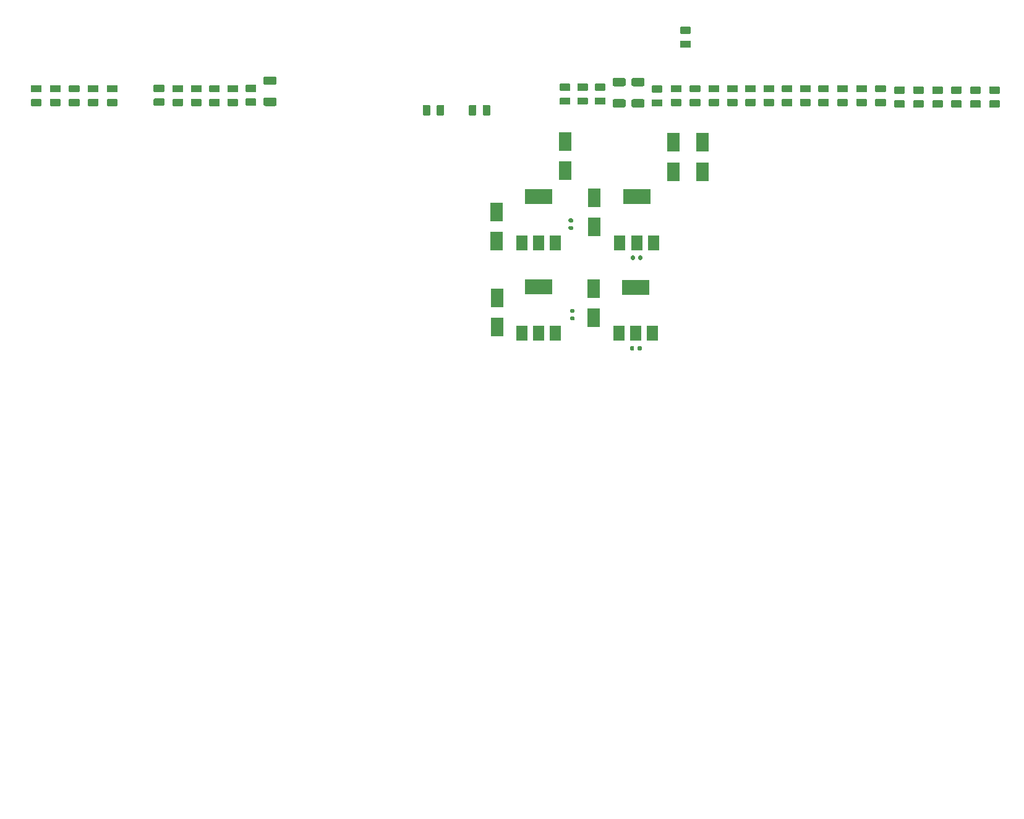
<source format=gtp>
G04 #@! TF.GenerationSoftware,KiCad,Pcbnew,(5.99.0-13086-gffd1139cfe)*
G04 #@! TF.CreationDate,2021-12-30T00:07:05+03:00*
G04 #@! TF.ProjectId,proteus-mitsubishi76-adapter,70726f74-6575-4732-9d6d-697473756269,rev?*
G04 #@! TF.SameCoordinates,PX88c1c40PYce16ca0*
G04 #@! TF.FileFunction,Paste,Top*
G04 #@! TF.FilePolarity,Positive*
%FSLAX46Y46*%
G04 Gerber Fmt 4.6, Leading zero omitted, Abs format (unit mm)*
G04 Created by KiCad (PCBNEW (5.99.0-13086-gffd1139cfe)) date 2021-12-30 00:07:05*
%MOMM*%
%LPD*%
G01*
G04 APERTURE LIST*
%ADD10O,0.000001X0.000001*%
%ADD11R,1.800000X2.500000*%
%ADD12R,1.500000X2.000000*%
%ADD13R,3.800000X2.000000*%
G04 APERTURE END LIST*
G04 #@! TO.C,R28*
G36*
G01*
X25375000Y126450001D02*
X26625000Y126450001D01*
G75*
G02*
X26725000Y126350001I0J-100000D01*
G01*
X26725000Y125550001D01*
G75*
G02*
X26625000Y125450001I-100000J0D01*
G01*
X25375000Y125450001D01*
G75*
G02*
X25275000Y125550001I0J100000D01*
G01*
X25275000Y126350001D01*
G75*
G02*
X25375000Y126450001I100000J0D01*
G01*
G37*
G36*
G01*
X25375000Y124549979D02*
X26625000Y124549979D01*
G75*
G02*
X26725000Y124449979I0J-100000D01*
G01*
X26725000Y123649979D01*
G75*
G02*
X26625000Y123549979I-100000J0D01*
G01*
X25375000Y123549979D01*
G75*
G02*
X25275000Y123649979I0J100000D01*
G01*
X25275000Y124449979D01*
G75*
G02*
X25375000Y124549979I100000J0D01*
G01*
G37*
G04 #@! TD*
G04 #@! TO.C,R9*
G36*
G01*
X146175000Y126250001D02*
X147425000Y126250001D01*
G75*
G02*
X147525000Y126150001I0J-100000D01*
G01*
X147525000Y125350001D01*
G75*
G02*
X147425000Y125250001I-100000J0D01*
G01*
X146175000Y125250001D01*
G75*
G02*
X146075000Y125350001I0J100000D01*
G01*
X146075000Y126150001D01*
G75*
G02*
X146175000Y126250001I100000J0D01*
G01*
G37*
G36*
G01*
X146175000Y124349979D02*
X147425000Y124349979D01*
G75*
G02*
X147525000Y124249979I0J-100000D01*
G01*
X147525000Y123449979D01*
G75*
G02*
X147425000Y123349979I-100000J0D01*
G01*
X146175000Y123349979D01*
G75*
G02*
X146075000Y123449979I0J100000D01*
G01*
X146075000Y124249979D01*
G75*
G02*
X146175000Y124349979I100000J0D01*
G01*
G37*
G04 #@! TD*
D10*
G04 #@! TO.C,M2*
X46556666Y28587499D03*
G04 #@! TD*
G04 #@! TO.C,R3*
G36*
G01*
X133175000Y126250001D02*
X134425000Y126250001D01*
G75*
G02*
X134525000Y126150001I0J-100000D01*
G01*
X134525000Y125350001D01*
G75*
G02*
X134425000Y125250001I-100000J0D01*
G01*
X133175000Y125250001D01*
G75*
G02*
X133075000Y125350001I0J100000D01*
G01*
X133075000Y126150001D01*
G75*
G02*
X133175000Y126250001I100000J0D01*
G01*
G37*
G36*
G01*
X133175000Y124349979D02*
X134425000Y124349979D01*
G75*
G02*
X134525000Y124249979I0J-100000D01*
G01*
X134525000Y123449979D01*
G75*
G02*
X134425000Y123349979I-100000J0D01*
G01*
X133175000Y123349979D01*
G75*
G02*
X133075000Y123449979I0J100000D01*
G01*
X133075000Y124249979D01*
G75*
G02*
X133175000Y124349979I100000J0D01*
G01*
G37*
G04 #@! TD*
G04 #@! TO.C,R17*
G36*
G01*
X110275000Y126450001D02*
X111525000Y126450001D01*
G75*
G02*
X111625000Y126350001I0J-100000D01*
G01*
X111625000Y125550001D01*
G75*
G02*
X111525000Y125450001I-100000J0D01*
G01*
X110275000Y125450001D01*
G75*
G02*
X110175000Y125550001I0J100000D01*
G01*
X110175000Y126350001D01*
G75*
G02*
X110275000Y126450001I100000J0D01*
G01*
G37*
G36*
G01*
X110275000Y124549979D02*
X111525000Y124549979D01*
G75*
G02*
X111625000Y124449979I0J-100000D01*
G01*
X111625000Y123649979D01*
G75*
G02*
X111525000Y123549979I-100000J0D01*
G01*
X110275000Y123549979D01*
G75*
G02*
X110175000Y123649979I0J100000D01*
G01*
X110175000Y124449979D01*
G75*
G02*
X110275000Y124549979I100000J0D01*
G01*
G37*
G04 #@! TD*
G04 #@! TO.C,R35*
G36*
G01*
X89775000Y126650001D02*
X91025000Y126650001D01*
G75*
G02*
X91125000Y126550001I0J-100000D01*
G01*
X91125000Y125750001D01*
G75*
G02*
X91025000Y125650001I-100000J0D01*
G01*
X89775000Y125650001D01*
G75*
G02*
X89675000Y125750001I0J100000D01*
G01*
X89675000Y126550001D01*
G75*
G02*
X89775000Y126650001I100000J0D01*
G01*
G37*
G36*
G01*
X89775000Y124749979D02*
X91025000Y124749979D01*
G75*
G02*
X91125000Y124649979I0J-100000D01*
G01*
X91125000Y123849979D01*
G75*
G02*
X91025000Y123749979I-100000J0D01*
G01*
X89775000Y123749979D01*
G75*
G02*
X89675000Y123849979I0J100000D01*
G01*
X89675000Y124649979D01*
G75*
G02*
X89775000Y124749979I100000J0D01*
G01*
G37*
G04 #@! TD*
G04 #@! TO.C,R15*
G36*
G01*
X117775000Y126450001D02*
X119025000Y126450001D01*
G75*
G02*
X119125000Y126350001I0J-100000D01*
G01*
X119125000Y125550001D01*
G75*
G02*
X119025000Y125450001I-100000J0D01*
G01*
X117775000Y125450001D01*
G75*
G02*
X117675000Y125550001I0J100000D01*
G01*
X117675000Y126350001D01*
G75*
G02*
X117775000Y126450001I100000J0D01*
G01*
G37*
G36*
G01*
X117775000Y124549979D02*
X119025000Y124549979D01*
G75*
G02*
X119125000Y124449979I0J-100000D01*
G01*
X119125000Y123649979D01*
G75*
G02*
X119025000Y123549979I-100000J0D01*
G01*
X117775000Y123549979D01*
G75*
G02*
X117675000Y123649979I0J100000D01*
G01*
X117675000Y124449979D01*
G75*
G02*
X117775000Y124549979I100000J0D01*
G01*
G37*
G04 #@! TD*
G04 #@! TO.C,R11*
G36*
G01*
X135775000Y126250001D02*
X137025000Y126250001D01*
G75*
G02*
X137125000Y126150001I0J-100000D01*
G01*
X137125000Y125350001D01*
G75*
G02*
X137025000Y125250001I-100000J0D01*
G01*
X135775000Y125250001D01*
G75*
G02*
X135675000Y125350001I0J100000D01*
G01*
X135675000Y126150001D01*
G75*
G02*
X135775000Y126250001I100000J0D01*
G01*
G37*
G36*
G01*
X135775000Y124349979D02*
X137025000Y124349979D01*
G75*
G02*
X137125000Y124249979I0J-100000D01*
G01*
X137125000Y123449979D01*
G75*
G02*
X137025000Y123349979I-100000J0D01*
G01*
X135775000Y123349979D01*
G75*
G02*
X135675000Y123449979I0J100000D01*
G01*
X135675000Y124249979D01*
G75*
G02*
X135775000Y124349979I100000J0D01*
G01*
G37*
G04 #@! TD*
D11*
G04 #@! TO.C,D3*
X102800000Y114600000D03*
X102800000Y118600000D03*
G04 #@! TD*
G04 #@! TO.C,R39*
G36*
G01*
X89185000Y94220000D02*
X88815000Y94220000D01*
G75*
G02*
X88680000Y94355000I0J135000D01*
G01*
X88680000Y94625000D01*
G75*
G02*
X88815000Y94760000I135000J0D01*
G01*
X89185000Y94760000D01*
G75*
G02*
X89320000Y94625000I0J-135000D01*
G01*
X89320000Y94355000D01*
G75*
G02*
X89185000Y94220000I-135000J0D01*
G01*
G37*
G36*
G01*
X89185000Y95240000D02*
X88815000Y95240000D01*
G75*
G02*
X88680000Y95375000I0J135000D01*
G01*
X88680000Y95645000D01*
G75*
G02*
X88815000Y95780000I135000J0D01*
G01*
X89185000Y95780000D01*
G75*
G02*
X89320000Y95645000I0J-135000D01*
G01*
X89320000Y95375000D01*
G75*
G02*
X89185000Y95240000I-135000J0D01*
G01*
G37*
G04 #@! TD*
D12*
G04 #@! TO.C,Q3*
X82100000Y92500000D03*
X84400000Y92500000D03*
X86700000Y92500000D03*
D13*
X84400000Y98800000D03*
G04 #@! TD*
G04 #@! TO.C,R5*
G36*
G01*
X122775000Y126450001D02*
X124025000Y126450001D01*
G75*
G02*
X124125000Y126350001I0J-100000D01*
G01*
X124125000Y125550001D01*
G75*
G02*
X124025000Y125450001I-100000J0D01*
G01*
X122775000Y125450001D01*
G75*
G02*
X122675000Y125550001I0J100000D01*
G01*
X122675000Y126350001D01*
G75*
G02*
X122775000Y126450001I100000J0D01*
G01*
G37*
G36*
G01*
X122775000Y124549979D02*
X124025000Y124549979D01*
G75*
G02*
X124125000Y124449979I0J-100000D01*
G01*
X124125000Y123649979D01*
G75*
G02*
X124025000Y123549979I-100000J0D01*
G01*
X122775000Y123549979D01*
G75*
G02*
X122675000Y123649979I0J100000D01*
G01*
X122675000Y124449979D01*
G75*
G02*
X122775000Y124549979I100000J0D01*
G01*
G37*
G04 #@! TD*
D11*
G04 #@! TO.C,D2*
X106800000Y114600000D03*
X106800000Y118600000D03*
G04 #@! TD*
D12*
G04 #@! TO.C,Q4*
X82100000Y104850000D03*
X84400000Y104850000D03*
X86700000Y104850000D03*
D13*
X84400000Y111150000D03*
G04 #@! TD*
G04 #@! TO.C,R32*
G36*
G01*
X36875000Y126450001D02*
X38125000Y126450001D01*
G75*
G02*
X38225000Y126350001I0J-100000D01*
G01*
X38225000Y125550001D01*
G75*
G02*
X38125000Y125450001I-100000J0D01*
G01*
X36875000Y125450001D01*
G75*
G02*
X36775000Y125550001I0J100000D01*
G01*
X36775000Y126350001D01*
G75*
G02*
X36875000Y126450001I100000J0D01*
G01*
G37*
G36*
G01*
X36875000Y124549979D02*
X38125000Y124549979D01*
G75*
G02*
X38225000Y124449979I0J-100000D01*
G01*
X38225000Y123649979D01*
G75*
G02*
X38125000Y123549979I-100000J0D01*
G01*
X36875000Y123549979D01*
G75*
G02*
X36775000Y123649979I0J100000D01*
G01*
X36775000Y124449979D01*
G75*
G02*
X36875000Y124549979I100000J0D01*
G01*
G37*
G04 #@! TD*
G04 #@! TO.C,F1*
G36*
G01*
X97100000Y126505010D02*
X97100000Y127195010D01*
G75*
G02*
X97330000Y127425010I230000J0D01*
G01*
X98670000Y127425010D01*
G75*
G02*
X98900000Y127195010I0J-230000D01*
G01*
X98900000Y126505010D01*
G75*
G02*
X98670000Y126275010I-230000J0D01*
G01*
X97330000Y126275010D01*
G75*
G02*
X97100000Y126505010I0J230000D01*
G01*
G37*
G36*
G01*
X97100000Y123604990D02*
X97100000Y124294990D01*
G75*
G02*
X97330000Y124524990I230000J0D01*
G01*
X98670000Y124524990D01*
G75*
G02*
X98900000Y124294990I0J-230000D01*
G01*
X98900000Y123604990D01*
G75*
G02*
X98670000Y123374990I-230000J0D01*
G01*
X97330000Y123374990D01*
G75*
G02*
X97100000Y123604990I0J230000D01*
G01*
G37*
G04 #@! TD*
G04 #@! TO.C,R4*
G36*
G01*
X127975000Y126450001D02*
X129225000Y126450001D01*
G75*
G02*
X129325000Y126350001I0J-100000D01*
G01*
X129325000Y125550001D01*
G75*
G02*
X129225000Y125450001I-100000J0D01*
G01*
X127975000Y125450001D01*
G75*
G02*
X127875000Y125550001I0J100000D01*
G01*
X127875000Y126350001D01*
G75*
G02*
X127975000Y126450001I100000J0D01*
G01*
G37*
G36*
G01*
X127975000Y124549979D02*
X129225000Y124549979D01*
G75*
G02*
X129325000Y124449979I0J-100000D01*
G01*
X129325000Y123649979D01*
G75*
G02*
X129225000Y123549979I-100000J0D01*
G01*
X127975000Y123549979D01*
G75*
G02*
X127875000Y123649979I0J100000D01*
G01*
X127875000Y124449979D01*
G75*
G02*
X127975000Y124549979I100000J0D01*
G01*
G37*
G04 #@! TD*
G04 #@! TO.C,R25*
G36*
G01*
X44375000Y126500000D02*
X45625000Y126500000D01*
G75*
G02*
X45725000Y126400000I0J-100000D01*
G01*
X45725000Y125600000D01*
G75*
G02*
X45625000Y125500000I-100000J0D01*
G01*
X44375000Y125500000D01*
G75*
G02*
X44275000Y125600000I0J100000D01*
G01*
X44275000Y126400000D01*
G75*
G02*
X44375000Y126500000I100000J0D01*
G01*
G37*
G36*
G01*
X44375000Y124599978D02*
X45625000Y124599978D01*
G75*
G02*
X45725000Y124499978I0J-100000D01*
G01*
X45725000Y123699978D01*
G75*
G02*
X45625000Y123599978I-100000J0D01*
G01*
X44375000Y123599978D01*
G75*
G02*
X44275000Y123699978I0J100000D01*
G01*
X44275000Y124499978D01*
G75*
G02*
X44375000Y124599978I100000J0D01*
G01*
G37*
G04 #@! TD*
G04 #@! TO.C,R20*
G36*
G01*
X77750001Y123625000D02*
X77750001Y122375000D01*
G75*
G02*
X77650001Y122275000I-100000J0D01*
G01*
X76850001Y122275000D01*
G75*
G02*
X76750001Y122375000I0J100000D01*
G01*
X76750001Y123625000D01*
G75*
G02*
X76850001Y123725000I100000J0D01*
G01*
X77650001Y123725000D01*
G75*
G02*
X77750001Y123625000I0J-100000D01*
G01*
G37*
G36*
G01*
X75849979Y123625000D02*
X75849979Y122375000D01*
G75*
G02*
X75749979Y122275000I-100000J0D01*
G01*
X74949979Y122275000D01*
G75*
G02*
X74849979Y122375000I0J100000D01*
G01*
X74849979Y123625000D01*
G75*
G02*
X74949979Y123725000I100000J0D01*
G01*
X75749979Y123725000D01*
G75*
G02*
X75849979Y123625000I0J-100000D01*
G01*
G37*
G04 #@! TD*
G04 #@! TO.C,R27*
G36*
G01*
X31775000Y126500000D02*
X33025000Y126500000D01*
G75*
G02*
X33125000Y126400000I0J-100000D01*
G01*
X33125000Y125600000D01*
G75*
G02*
X33025000Y125500000I-100000J0D01*
G01*
X31775000Y125500000D01*
G75*
G02*
X31675000Y125600000I0J100000D01*
G01*
X31675000Y126400000D01*
G75*
G02*
X31775000Y126500000I100000J0D01*
G01*
G37*
G36*
G01*
X31775000Y124599978D02*
X33025000Y124599978D01*
G75*
G02*
X33125000Y124499978I0J-100000D01*
G01*
X33125000Y123699978D01*
G75*
G02*
X33025000Y123599978I-100000J0D01*
G01*
X31775000Y123599978D01*
G75*
G02*
X31675000Y123699978I0J100000D01*
G01*
X31675000Y124499978D01*
G75*
G02*
X31775000Y124599978I100000J0D01*
G01*
G37*
G04 #@! TD*
G04 #@! TO.C,R7*
G36*
G01*
X107775000Y126450001D02*
X109025000Y126450001D01*
G75*
G02*
X109125000Y126350001I0J-100000D01*
G01*
X109125000Y125550001D01*
G75*
G02*
X109025000Y125450001I-100000J0D01*
G01*
X107775000Y125450001D01*
G75*
G02*
X107675000Y125550001I0J100000D01*
G01*
X107675000Y126350001D01*
G75*
G02*
X107775000Y126450001I100000J0D01*
G01*
G37*
G36*
G01*
X107775000Y124549979D02*
X109025000Y124549979D01*
G75*
G02*
X109125000Y124449979I0J-100000D01*
G01*
X109125000Y123649979D01*
G75*
G02*
X109025000Y123549979I-100000J0D01*
G01*
X107775000Y123549979D01*
G75*
G02*
X107675000Y123649979I0J100000D01*
G01*
X107675000Y124449979D01*
G75*
G02*
X107775000Y124549979I100000J0D01*
G01*
G37*
G04 #@! TD*
D11*
G04 #@! TO.C,D4*
X91900000Y98600000D03*
X91900000Y94600000D03*
G04 #@! TD*
G04 #@! TO.C,D7*
X78600000Y109100000D03*
X78600000Y105100000D03*
G04 #@! TD*
G04 #@! TO.C,R23*
G36*
G01*
X39375000Y126450001D02*
X40625000Y126450001D01*
G75*
G02*
X40725000Y126350001I0J-100000D01*
G01*
X40725000Y125550001D01*
G75*
G02*
X40625000Y125450001I-100000J0D01*
G01*
X39375000Y125450001D01*
G75*
G02*
X39275000Y125550001I0J100000D01*
G01*
X39275000Y126350001D01*
G75*
G02*
X39375000Y126450001I100000J0D01*
G01*
G37*
G36*
G01*
X39375000Y124549979D02*
X40625000Y124549979D01*
G75*
G02*
X40725000Y124449979I0J-100000D01*
G01*
X40725000Y123649979D01*
G75*
G02*
X40625000Y123549979I-100000J0D01*
G01*
X39375000Y123549979D01*
G75*
G02*
X39275000Y123649979I0J100000D01*
G01*
X39275000Y124449979D01*
G75*
G02*
X39375000Y124549979I100000J0D01*
G01*
G37*
G04 #@! TD*
G04 #@! TO.C,R1*
G36*
G01*
X143575000Y126250001D02*
X144825000Y126250001D01*
G75*
G02*
X144925000Y126150001I0J-100000D01*
G01*
X144925000Y125350001D01*
G75*
G02*
X144825000Y125250001I-100000J0D01*
G01*
X143575000Y125250001D01*
G75*
G02*
X143475000Y125350001I0J100000D01*
G01*
X143475000Y126150001D01*
G75*
G02*
X143575000Y126250001I100000J0D01*
G01*
G37*
G36*
G01*
X143575000Y124349979D02*
X144825000Y124349979D01*
G75*
G02*
X144925000Y124249979I0J-100000D01*
G01*
X144925000Y123449979D01*
G75*
G02*
X144825000Y123349979I-100000J0D01*
G01*
X143575000Y123349979D01*
G75*
G02*
X143475000Y123449979I0J100000D01*
G01*
X143475000Y124249979D01*
G75*
G02*
X143575000Y124349979I100000J0D01*
G01*
G37*
G04 #@! TD*
G04 #@! TO.C,D1*
X88000000Y114700000D03*
X88000000Y118700000D03*
G04 #@! TD*
G04 #@! TO.C,R31*
G36*
G01*
X14975000Y126450001D02*
X16225000Y126450001D01*
G75*
G02*
X16325000Y126350001I0J-100000D01*
G01*
X16325000Y125550001D01*
G75*
G02*
X16225000Y125450001I-100000J0D01*
G01*
X14975000Y125450001D01*
G75*
G02*
X14875000Y125550001I0J100000D01*
G01*
X14875000Y126350001D01*
G75*
G02*
X14975000Y126450001I100000J0D01*
G01*
G37*
G36*
G01*
X14975000Y124549979D02*
X16225000Y124549979D01*
G75*
G02*
X16325000Y124449979I0J-100000D01*
G01*
X16325000Y123649979D01*
G75*
G02*
X16225000Y123549979I-100000J0D01*
G01*
X14975000Y123549979D01*
G75*
G02*
X14875000Y123649979I0J100000D01*
G01*
X14875000Y124449979D01*
G75*
G02*
X14975000Y124549979I100000J0D01*
G01*
G37*
G04 #@! TD*
G04 #@! TO.C,R34*
G36*
G01*
X102575000Y126450001D02*
X103825000Y126450001D01*
G75*
G02*
X103925000Y126350001I0J-100000D01*
G01*
X103925000Y125550001D01*
G75*
G02*
X103825000Y125450001I-100000J0D01*
G01*
X102575000Y125450001D01*
G75*
G02*
X102475000Y125550001I0J100000D01*
G01*
X102475000Y126350001D01*
G75*
G02*
X102575000Y126450001I100000J0D01*
G01*
G37*
G36*
G01*
X102575000Y124549979D02*
X103825000Y124549979D01*
G75*
G02*
X103925000Y124449979I0J-100000D01*
G01*
X103925000Y123649979D01*
G75*
G02*
X103825000Y123549979I-100000J0D01*
G01*
X102575000Y123549979D01*
G75*
G02*
X102475000Y123649979I0J100000D01*
G01*
X102475000Y124449979D01*
G75*
G02*
X102575000Y124549979I100000J0D01*
G01*
G37*
G04 #@! TD*
G04 #@! TO.C,R16*
G36*
G01*
X115275000Y126450001D02*
X116525000Y126450001D01*
G75*
G02*
X116625000Y126350001I0J-100000D01*
G01*
X116625000Y125550001D01*
G75*
G02*
X116525000Y125450001I-100000J0D01*
G01*
X115275000Y125450001D01*
G75*
G02*
X115175000Y125550001I0J100000D01*
G01*
X115175000Y126350001D01*
G75*
G02*
X115275000Y126450001I100000J0D01*
G01*
G37*
G36*
G01*
X115275000Y124549979D02*
X116525000Y124549979D01*
G75*
G02*
X116625000Y124449979I0J-100000D01*
G01*
X116625000Y123649979D01*
G75*
G02*
X116525000Y123549979I-100000J0D01*
G01*
X115275000Y123549979D01*
G75*
G02*
X115175000Y123649979I0J100000D01*
G01*
X115175000Y124449979D01*
G75*
G02*
X115275000Y124549979I100000J0D01*
G01*
G37*
G04 #@! TD*
G04 #@! TO.C,R37*
G36*
G01*
X98480000Y90585000D02*
X98480000Y90215000D01*
G75*
G02*
X98345000Y90080000I-135000J0D01*
G01*
X98075000Y90080000D01*
G75*
G02*
X97940000Y90215000I0J135000D01*
G01*
X97940000Y90585000D01*
G75*
G02*
X98075000Y90720000I135000J0D01*
G01*
X98345000Y90720000D01*
G75*
G02*
X98480000Y90585000I0J-135000D01*
G01*
G37*
G36*
G01*
X97460000Y90585000D02*
X97460000Y90215000D01*
G75*
G02*
X97325000Y90080000I-135000J0D01*
G01*
X97055000Y90080000D01*
G75*
G02*
X96920000Y90215000I0J135000D01*
G01*
X96920000Y90585000D01*
G75*
G02*
X97055000Y90720000I135000J0D01*
G01*
X97325000Y90720000D01*
G75*
G02*
X97460000Y90585000I0J-135000D01*
G01*
G37*
G04 #@! TD*
G04 #@! TO.C,R38*
G36*
G01*
X98580000Y102985000D02*
X98580000Y102615000D01*
G75*
G02*
X98445000Y102480000I-135000J0D01*
G01*
X98175000Y102480000D01*
G75*
G02*
X98040000Y102615000I0J135000D01*
G01*
X98040000Y102985000D01*
G75*
G02*
X98175000Y103120000I135000J0D01*
G01*
X98445000Y103120000D01*
G75*
G02*
X98580000Y102985000I0J-135000D01*
G01*
G37*
G36*
G01*
X97560000Y102985000D02*
X97560000Y102615000D01*
G75*
G02*
X97425000Y102480000I-135000J0D01*
G01*
X97155000Y102480000D01*
G75*
G02*
X97020000Y102615000I0J135000D01*
G01*
X97020000Y102985000D01*
G75*
G02*
X97155000Y103120000I135000J0D01*
G01*
X97425000Y103120000D01*
G75*
G02*
X97560000Y102985000I0J-135000D01*
G01*
G37*
G04 #@! TD*
G04 #@! TO.C,R33*
G36*
G01*
X99975000Y126400022D02*
X101225000Y126400022D01*
G75*
G02*
X101325000Y126300022I0J-100000D01*
G01*
X101325000Y125500022D01*
G75*
G02*
X101225000Y125400022I-100000J0D01*
G01*
X99975000Y125400022D01*
G75*
G02*
X99875000Y125500022I0J100000D01*
G01*
X99875000Y126300022D01*
G75*
G02*
X99975000Y126400022I100000J0D01*
G01*
G37*
G36*
G01*
X99975000Y124500000D02*
X101225000Y124500000D01*
G75*
G02*
X101325000Y124400000I0J-100000D01*
G01*
X101325000Y123600000D01*
G75*
G02*
X101225000Y123500000I-100000J0D01*
G01*
X99975000Y123500000D01*
G75*
G02*
X99875000Y123600000I0J100000D01*
G01*
X99875000Y124400000D01*
G75*
G02*
X99975000Y124500000I100000J0D01*
G01*
G37*
G04 #@! TD*
G04 #@! TO.C,R40*
G36*
G01*
X88985000Y106610000D02*
X88615000Y106610000D01*
G75*
G02*
X88480000Y106745000I0J135000D01*
G01*
X88480000Y107015000D01*
G75*
G02*
X88615000Y107150000I135000J0D01*
G01*
X88985000Y107150000D01*
G75*
G02*
X89120000Y107015000I0J-135000D01*
G01*
X89120000Y106745000D01*
G75*
G02*
X88985000Y106610000I-135000J0D01*
G01*
G37*
G36*
G01*
X88985000Y107630000D02*
X88615000Y107630000D01*
G75*
G02*
X88480000Y107765000I0J135000D01*
G01*
X88480000Y108035000D01*
G75*
G02*
X88615000Y108170000I135000J0D01*
G01*
X88985000Y108170000D01*
G75*
G02*
X89120000Y108035000I0J-135000D01*
G01*
X89120000Y107765000D01*
G75*
G02*
X88985000Y107630000I-135000J0D01*
G01*
G37*
G04 #@! TD*
G04 #@! TO.C,R21*
G36*
G01*
X68549999Y122375000D02*
X68549999Y123625000D01*
G75*
G02*
X68649999Y123725000I100000J0D01*
G01*
X69449999Y123725000D01*
G75*
G02*
X69549999Y123625000I0J-100000D01*
G01*
X69549999Y122375000D01*
G75*
G02*
X69449999Y122275000I-100000J0D01*
G01*
X68649999Y122275000D01*
G75*
G02*
X68549999Y122375000I0J100000D01*
G01*
G37*
G36*
G01*
X70450021Y122375000D02*
X70450021Y123625000D01*
G75*
G02*
X70550021Y123725000I100000J0D01*
G01*
X71350021Y123725000D01*
G75*
G02*
X71450021Y123625000I0J-100000D01*
G01*
X71450021Y122375000D01*
G75*
G02*
X71350021Y122275000I-100000J0D01*
G01*
X70550021Y122275000D01*
G75*
G02*
X70450021Y122375000I0J100000D01*
G01*
G37*
G04 #@! TD*
G04 #@! TO.C,F2*
G36*
G01*
X94500000Y126505010D02*
X94500000Y127195010D01*
G75*
G02*
X94730000Y127425010I230000J0D01*
G01*
X96070000Y127425010D01*
G75*
G02*
X96300000Y127195010I0J-230000D01*
G01*
X96300000Y126505010D01*
G75*
G02*
X96070000Y126275010I-230000J0D01*
G01*
X94730000Y126275010D01*
G75*
G02*
X94500000Y126505010I0J230000D01*
G01*
G37*
G36*
G01*
X94500000Y123604990D02*
X94500000Y124294990D01*
G75*
G02*
X94730000Y124524990I230000J0D01*
G01*
X96070000Y124524990D01*
G75*
G02*
X96300000Y124294990I0J-230000D01*
G01*
X96300000Y123604990D01*
G75*
G02*
X96070000Y123374990I-230000J0D01*
G01*
X94730000Y123374990D01*
G75*
G02*
X94500000Y123604990I0J230000D01*
G01*
G37*
G04 #@! TD*
G04 #@! TO.C,D6*
X78700000Y97300000D03*
X78700000Y93300000D03*
G04 #@! TD*
G04 #@! TO.C,R26*
G36*
G01*
X34375000Y126450001D02*
X35625000Y126450001D01*
G75*
G02*
X35725000Y126350001I0J-100000D01*
G01*
X35725000Y125550001D01*
G75*
G02*
X35625000Y125450001I-100000J0D01*
G01*
X34375000Y125450001D01*
G75*
G02*
X34275000Y125550001I0J100000D01*
G01*
X34275000Y126350001D01*
G75*
G02*
X34375000Y126450001I100000J0D01*
G01*
G37*
G36*
G01*
X34375000Y124549979D02*
X35625000Y124549979D01*
G75*
G02*
X35725000Y124449979I0J-100000D01*
G01*
X35725000Y123649979D01*
G75*
G02*
X35625000Y123549979I-100000J0D01*
G01*
X34375000Y123549979D01*
G75*
G02*
X34275000Y123649979I0J100000D01*
G01*
X34275000Y124449979D01*
G75*
G02*
X34375000Y124549979I100000J0D01*
G01*
G37*
G04 #@! TD*
G04 #@! TO.C,R6*
G36*
G01*
X112775000Y126450001D02*
X114025000Y126450001D01*
G75*
G02*
X114125000Y126350001I0J-100000D01*
G01*
X114125000Y125550001D01*
G75*
G02*
X114025000Y125450001I-100000J0D01*
G01*
X112775000Y125450001D01*
G75*
G02*
X112675000Y125550001I0J100000D01*
G01*
X112675000Y126350001D01*
G75*
G02*
X112775000Y126450001I100000J0D01*
G01*
G37*
G36*
G01*
X112775000Y124549979D02*
X114025000Y124549979D01*
G75*
G02*
X114125000Y124449979I0J-100000D01*
G01*
X114125000Y123649979D01*
G75*
G02*
X114025000Y123549979I-100000J0D01*
G01*
X112775000Y123549979D01*
G75*
G02*
X112675000Y123649979I0J100000D01*
G01*
X112675000Y124449979D01*
G75*
G02*
X112775000Y124549979I100000J0D01*
G01*
G37*
G04 #@! TD*
G04 #@! TO.C,D5*
X92000000Y111000000D03*
X92000000Y107000000D03*
G04 #@! TD*
G04 #@! TO.C,R18*
G36*
G01*
X105175000Y126450001D02*
X106425000Y126450001D01*
G75*
G02*
X106525000Y126350001I0J-100000D01*
G01*
X106525000Y125550001D01*
G75*
G02*
X106425000Y125450001I-100000J0D01*
G01*
X105175000Y125450001D01*
G75*
G02*
X105075000Y125550001I0J100000D01*
G01*
X105075000Y126350001D01*
G75*
G02*
X105175000Y126450001I100000J0D01*
G01*
G37*
G36*
G01*
X105175000Y124549979D02*
X106425000Y124549979D01*
G75*
G02*
X106525000Y124449979I0J-100000D01*
G01*
X106525000Y123649979D01*
G75*
G02*
X106425000Y123549979I-100000J0D01*
G01*
X105175000Y123549979D01*
G75*
G02*
X105075000Y123649979I0J100000D01*
G01*
X105075000Y124449979D01*
G75*
G02*
X105175000Y124549979I100000J0D01*
G01*
G37*
G04 #@! TD*
G04 #@! TO.C,F3*
G36*
G01*
X46700000Y126705010D02*
X46700000Y127395010D01*
G75*
G02*
X46930000Y127625010I230000J0D01*
G01*
X48270000Y127625010D01*
G75*
G02*
X48500000Y127395010I0J-230000D01*
G01*
X48500000Y126705010D01*
G75*
G02*
X48270000Y126475010I-230000J0D01*
G01*
X46930000Y126475010D01*
G75*
G02*
X46700000Y126705010I0J230000D01*
G01*
G37*
G36*
G01*
X46700000Y123804990D02*
X46700000Y124494990D01*
G75*
G02*
X46930000Y124724990I230000J0D01*
G01*
X48270000Y124724990D01*
G75*
G02*
X48500000Y124494990I0J-230000D01*
G01*
X48500000Y123804990D01*
G75*
G02*
X48270000Y123574990I-230000J0D01*
G01*
X46930000Y123574990D01*
G75*
G02*
X46700000Y123804990I0J230000D01*
G01*
G37*
G04 #@! TD*
G04 #@! TO.C,R24*
G36*
G01*
X20175000Y126450001D02*
X21425000Y126450001D01*
G75*
G02*
X21525000Y126350001I0J-100000D01*
G01*
X21525000Y125550001D01*
G75*
G02*
X21425000Y125450001I-100000J0D01*
G01*
X20175000Y125450001D01*
G75*
G02*
X20075000Y125550001I0J100000D01*
G01*
X20075000Y126350001D01*
G75*
G02*
X20175000Y126450001I100000J0D01*
G01*
G37*
G36*
G01*
X20175000Y124549979D02*
X21425000Y124549979D01*
G75*
G02*
X21525000Y124449979I0J-100000D01*
G01*
X21525000Y123649979D01*
G75*
G02*
X21425000Y123549979I-100000J0D01*
G01*
X20175000Y123549979D01*
G75*
G02*
X20075000Y123649979I0J100000D01*
G01*
X20075000Y124449979D01*
G75*
G02*
X20175000Y124549979I100000J0D01*
G01*
G37*
G04 #@! TD*
G04 #@! TO.C,R29*
G36*
G01*
X22775000Y126450001D02*
X24025000Y126450001D01*
G75*
G02*
X24125000Y126350001I0J-100000D01*
G01*
X24125000Y125550001D01*
G75*
G02*
X24025000Y125450001I-100000J0D01*
G01*
X22775000Y125450001D01*
G75*
G02*
X22675000Y125550001I0J100000D01*
G01*
X22675000Y126350001D01*
G75*
G02*
X22775000Y126450001I100000J0D01*
G01*
G37*
G36*
G01*
X22775000Y124549979D02*
X24025000Y124549979D01*
G75*
G02*
X24125000Y124449979I0J-100000D01*
G01*
X24125000Y123649979D01*
G75*
G02*
X24025000Y123549979I-100000J0D01*
G01*
X22775000Y123549979D01*
G75*
G02*
X22675000Y123649979I0J100000D01*
G01*
X22675000Y124449979D01*
G75*
G02*
X22775000Y124549979I100000J0D01*
G01*
G37*
G04 #@! TD*
D12*
G04 #@! TO.C,Q2*
X95500000Y104850000D03*
X97800000Y104850000D03*
X100100000Y104850000D03*
D13*
X97800000Y111150000D03*
G04 #@! TD*
G04 #@! TO.C,R22*
G36*
G01*
X41875000Y126450001D02*
X43125000Y126450001D01*
G75*
G02*
X43225000Y126350001I0J-100000D01*
G01*
X43225000Y125550001D01*
G75*
G02*
X43125000Y125450001I-100000J0D01*
G01*
X41875000Y125450001D01*
G75*
G02*
X41775000Y125550001I0J100000D01*
G01*
X41775000Y126350001D01*
G75*
G02*
X41875000Y126450001I100000J0D01*
G01*
G37*
G36*
G01*
X41875000Y124549979D02*
X43125000Y124549979D01*
G75*
G02*
X43225000Y124449979I0J-100000D01*
G01*
X43225000Y123649979D01*
G75*
G02*
X43125000Y123549979I-100000J0D01*
G01*
X41875000Y123549979D01*
G75*
G02*
X41775000Y123649979I0J100000D01*
G01*
X41775000Y124449979D01*
G75*
G02*
X41875000Y124549979I100000J0D01*
G01*
G37*
G04 #@! TD*
G04 #@! TO.C,R8*
G36*
G01*
X103875000Y134450001D02*
X105125000Y134450001D01*
G75*
G02*
X105225000Y134350001I0J-100000D01*
G01*
X105225000Y133550001D01*
G75*
G02*
X105125000Y133450001I-100000J0D01*
G01*
X103875000Y133450001D01*
G75*
G02*
X103775000Y133550001I0J100000D01*
G01*
X103775000Y134350001D01*
G75*
G02*
X103875000Y134450001I100000J0D01*
G01*
G37*
G36*
G01*
X103875000Y132549979D02*
X105125000Y132549979D01*
G75*
G02*
X105225000Y132449979I0J-100000D01*
G01*
X105225000Y131649979D01*
G75*
G02*
X105125000Y131549979I-100000J0D01*
G01*
X103875000Y131549979D01*
G75*
G02*
X103775000Y131649979I0J100000D01*
G01*
X103775000Y132449979D01*
G75*
G02*
X103875000Y132549979I100000J0D01*
G01*
G37*
G04 #@! TD*
G04 #@! TO.C,R14*
G36*
G01*
X120275000Y126450001D02*
X121525000Y126450001D01*
G75*
G02*
X121625000Y126350001I0J-100000D01*
G01*
X121625000Y125550001D01*
G75*
G02*
X121525000Y125450001I-100000J0D01*
G01*
X120275000Y125450001D01*
G75*
G02*
X120175000Y125550001I0J100000D01*
G01*
X120175000Y126350001D01*
G75*
G02*
X120275000Y126450001I100000J0D01*
G01*
G37*
G36*
G01*
X120275000Y124549979D02*
X121525000Y124549979D01*
G75*
G02*
X121625000Y124449979I0J-100000D01*
G01*
X121625000Y123649979D01*
G75*
G02*
X121525000Y123549979I-100000J0D01*
G01*
X120275000Y123549979D01*
G75*
G02*
X120175000Y123649979I0J100000D01*
G01*
X120175000Y124449979D01*
G75*
G02*
X120275000Y124549979I100000J0D01*
G01*
G37*
G04 #@! TD*
G04 #@! TO.C,R13*
G36*
G01*
X125375000Y126450001D02*
X126625000Y126450001D01*
G75*
G02*
X126725000Y126350001I0J-100000D01*
G01*
X126725000Y125550001D01*
G75*
G02*
X126625000Y125450001I-100000J0D01*
G01*
X125375000Y125450001D01*
G75*
G02*
X125275000Y125550001I0J100000D01*
G01*
X125275000Y126350001D01*
G75*
G02*
X125375000Y126450001I100000J0D01*
G01*
G37*
G36*
G01*
X125375000Y124549979D02*
X126625000Y124549979D01*
G75*
G02*
X126725000Y124449979I0J-100000D01*
G01*
X126725000Y123649979D01*
G75*
G02*
X126625000Y123549979I-100000J0D01*
G01*
X125375000Y123549979D01*
G75*
G02*
X125275000Y123649979I0J100000D01*
G01*
X125275000Y124449979D01*
G75*
G02*
X125375000Y124549979I100000J0D01*
G01*
G37*
G04 #@! TD*
G04 #@! TO.C,R2*
G36*
G01*
X138375000Y126250001D02*
X139625000Y126250001D01*
G75*
G02*
X139725000Y126150001I0J-100000D01*
G01*
X139725000Y125350001D01*
G75*
G02*
X139625000Y125250001I-100000J0D01*
G01*
X138375000Y125250001D01*
G75*
G02*
X138275000Y125350001I0J100000D01*
G01*
X138275000Y126150001D01*
G75*
G02*
X138375000Y126250001I100000J0D01*
G01*
G37*
G36*
G01*
X138375000Y124349979D02*
X139625000Y124349979D01*
G75*
G02*
X139725000Y124249979I0J-100000D01*
G01*
X139725000Y123449979D01*
G75*
G02*
X139625000Y123349979I-100000J0D01*
G01*
X138375000Y123349979D01*
G75*
G02*
X138275000Y123449979I0J100000D01*
G01*
X138275000Y124249979D01*
G75*
G02*
X138375000Y124349979I100000J0D01*
G01*
G37*
G04 #@! TD*
G04 #@! TO.C,R19*
G36*
G01*
X87375000Y126650001D02*
X88625000Y126650001D01*
G75*
G02*
X88725000Y126550001I0J-100000D01*
G01*
X88725000Y125750001D01*
G75*
G02*
X88625000Y125650001I-100000J0D01*
G01*
X87375000Y125650001D01*
G75*
G02*
X87275000Y125750001I0J100000D01*
G01*
X87275000Y126550001D01*
G75*
G02*
X87375000Y126650001I100000J0D01*
G01*
G37*
G36*
G01*
X87375000Y124749979D02*
X88625000Y124749979D01*
G75*
G02*
X88725000Y124649979I0J-100000D01*
G01*
X88725000Y123849979D01*
G75*
G02*
X88625000Y123749979I-100000J0D01*
G01*
X87375000Y123749979D01*
G75*
G02*
X87275000Y123849979I0J100000D01*
G01*
X87275000Y124649979D01*
G75*
G02*
X87375000Y124749979I100000J0D01*
G01*
G37*
G04 #@! TD*
G04 #@! TO.C,R10*
G36*
G01*
X140975000Y126250001D02*
X142225000Y126250001D01*
G75*
G02*
X142325000Y126150001I0J-100000D01*
G01*
X142325000Y125350001D01*
G75*
G02*
X142225000Y125250001I-100000J0D01*
G01*
X140975000Y125250001D01*
G75*
G02*
X140875000Y125350001I0J100000D01*
G01*
X140875000Y126150001D01*
G75*
G02*
X140975000Y126250001I100000J0D01*
G01*
G37*
G36*
G01*
X140975000Y124349979D02*
X142225000Y124349979D01*
G75*
G02*
X142325000Y124249979I0J-100000D01*
G01*
X142325000Y123449979D01*
G75*
G02*
X142225000Y123349979I-100000J0D01*
G01*
X140975000Y123349979D01*
G75*
G02*
X140875000Y123449979I0J100000D01*
G01*
X140875000Y124249979D01*
G75*
G02*
X140975000Y124349979I100000J0D01*
G01*
G37*
G04 #@! TD*
G04 #@! TO.C,R12*
G36*
G01*
X130575000Y126450001D02*
X131825000Y126450001D01*
G75*
G02*
X131925000Y126350001I0J-100000D01*
G01*
X131925000Y125550001D01*
G75*
G02*
X131825000Y125450001I-100000J0D01*
G01*
X130575000Y125450001D01*
G75*
G02*
X130475000Y125550001I0J100000D01*
G01*
X130475000Y126350001D01*
G75*
G02*
X130575000Y126450001I100000J0D01*
G01*
G37*
G36*
G01*
X130575000Y124549979D02*
X131825000Y124549979D01*
G75*
G02*
X131925000Y124449979I0J-100000D01*
G01*
X131925000Y123649979D01*
G75*
G02*
X131825000Y123549979I-100000J0D01*
G01*
X130575000Y123549979D01*
G75*
G02*
X130475000Y123649979I0J100000D01*
G01*
X130475000Y124449979D01*
G75*
G02*
X130575000Y124549979I100000J0D01*
G01*
G37*
G04 #@! TD*
G04 #@! TO.C,R30*
G36*
G01*
X17575000Y126450001D02*
X18825000Y126450001D01*
G75*
G02*
X18925000Y126350001I0J-100000D01*
G01*
X18925000Y125550001D01*
G75*
G02*
X18825000Y125450001I-100000J0D01*
G01*
X17575000Y125450001D01*
G75*
G02*
X17475000Y125550001I0J100000D01*
G01*
X17475000Y126350001D01*
G75*
G02*
X17575000Y126450001I100000J0D01*
G01*
G37*
G36*
G01*
X17575000Y124549979D02*
X18825000Y124549979D01*
G75*
G02*
X18925000Y124449979I0J-100000D01*
G01*
X18925000Y123649979D01*
G75*
G02*
X18825000Y123549979I-100000J0D01*
G01*
X17575000Y123549979D01*
G75*
G02*
X17475000Y123649979I0J100000D01*
G01*
X17475000Y124449979D01*
G75*
G02*
X17575000Y124549979I100000J0D01*
G01*
G37*
G04 #@! TD*
D12*
G04 #@! TO.C,Q1*
X95400000Y92450000D03*
X97700000Y92450000D03*
X100000000Y92450000D03*
D13*
X97700000Y98750000D03*
G04 #@! TD*
G04 #@! TO.C,R36*
G36*
G01*
X92175000Y126650001D02*
X93425000Y126650001D01*
G75*
G02*
X93525000Y126550001I0J-100000D01*
G01*
X93525000Y125750001D01*
G75*
G02*
X93425000Y125650001I-100000J0D01*
G01*
X92175000Y125650001D01*
G75*
G02*
X92075000Y125750001I0J100000D01*
G01*
X92075000Y126550001D01*
G75*
G02*
X92175000Y126650001I100000J0D01*
G01*
G37*
G36*
G01*
X92175000Y124749979D02*
X93425000Y124749979D01*
G75*
G02*
X93525000Y124649979I0J-100000D01*
G01*
X93525000Y123849979D01*
G75*
G02*
X93425000Y123749979I-100000J0D01*
G01*
X92175000Y123749979D01*
G75*
G02*
X92075000Y123849979I0J100000D01*
G01*
X92075000Y124649979D01*
G75*
G02*
X92175000Y124749979I100000J0D01*
G01*
G37*
G04 #@! TD*
M02*

</source>
